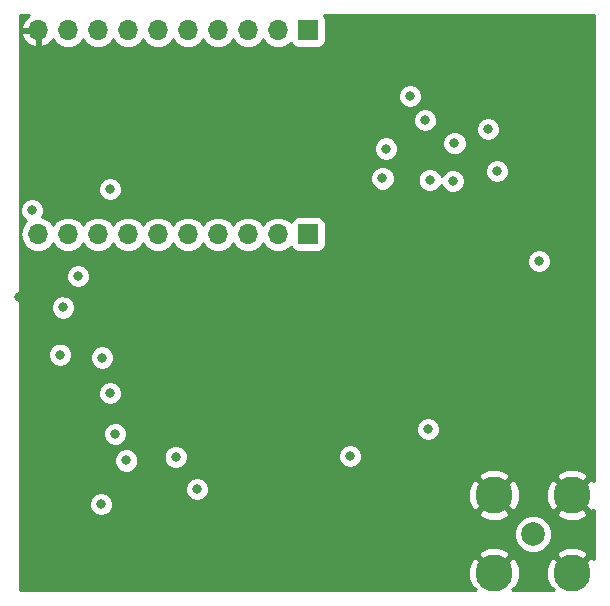
<source format=gbr>
G04 #@! TF.GenerationSoftware,KiCad,Pcbnew,(5.0.0)*
G04 #@! TF.CreationDate,2018-11-24T15:46:54-05:00*
G04 #@! TF.ProjectId,SDRRv2,5344525276322E6B696361645F706362,rev?*
G04 #@! TF.SameCoordinates,Original*
G04 #@! TF.FileFunction,Copper,L2,Inr,Plane*
G04 #@! TF.FilePolarity,Positive*
%FSLAX46Y46*%
G04 Gerber Fmt 4.6, Leading zero omitted, Abs format (unit mm)*
G04 Created by KiCad (PCBNEW (5.0.0)) date 11/24/18 15:46:54*
%MOMM*%
%LPD*%
G01*
G04 APERTURE LIST*
G04 #@! TA.AperFunction,ViaPad*
%ADD10C,3.126000*%
G04 #@! TD*
G04 #@! TA.AperFunction,ViaPad*
%ADD11C,2.000000*%
G04 #@! TD*
G04 #@! TA.AperFunction,ViaPad*
%ADD12R,1.700000X1.700000*%
G04 #@! TD*
G04 #@! TA.AperFunction,ViaPad*
%ADD13O,1.700000X1.700000*%
G04 #@! TD*
G04 #@! TA.AperFunction,ViaPad*
%ADD14C,0.800000*%
G04 #@! TD*
G04 #@! TA.AperFunction,Conductor*
%ADD15C,0.254000*%
G04 #@! TD*
G04 APERTURE END LIST*
D10*
G04 #@! TO.N,GNDREF*
G04 #@! TO.C,J1*
X61280085Y-188153839D03*
X61280085Y-181553839D03*
X67880085Y-181553839D03*
X67880085Y-188153839D03*
D11*
G04 #@! TO.N,Net-(Cc4-Pad1)*
X64580085Y-184853839D03*
G04 #@! TD*
D12*
G04 #@! TO.N,Net-(J2-Pad1)*
G04 #@! TO.C,J2*
X45530085Y-142203039D03*
D13*
G04 #@! TO.N,Net-(J2-Pad2)*
X42990085Y-142203039D03*
G04 #@! TO.N,Net-(J2-Pad3)*
X40450085Y-142203039D03*
G04 #@! TO.N,Net-(J2-Pad4)*
X37910085Y-142203039D03*
G04 #@! TO.N,Net-(J2-Pad5)*
X35370085Y-142203039D03*
G04 #@! TO.N,Net-(J2-Pad6)*
X32830085Y-142203039D03*
G04 #@! TO.N,Net-(J2-Pad7)*
X30290085Y-142203039D03*
G04 #@! TO.N,Net-(J2-Pad8)*
X27750085Y-142203039D03*
G04 #@! TO.N,Net-(J2-Pad9)*
X25210085Y-142203039D03*
G04 #@! TO.N,GNDREF*
X22670085Y-142203039D03*
G04 #@! TD*
G04 #@! TO.N,+5V*
G04 #@! TO.C,J3*
X22670085Y-159453839D03*
G04 #@! TO.N,Net-(J3-Pad9)*
X25210085Y-159453839D03*
G04 #@! TO.N,Net-(J3-Pad8)*
X27750085Y-159453839D03*
G04 #@! TO.N,Net-(J3-Pad7)*
X30290085Y-159453839D03*
G04 #@! TO.N,Net-(J3-Pad6)*
X32830085Y-159453839D03*
G04 #@! TO.N,Net-(J3-Pad5)*
X35370085Y-159453839D03*
G04 #@! TO.N,Net-(J3-Pad4)*
X37910085Y-159453839D03*
G04 #@! TO.N,Net-(J3-Pad3)*
X40450085Y-159453839D03*
G04 #@! TO.N,Net-(J3-Pad2)*
X42990085Y-159453839D03*
D12*
G04 #@! TO.N,Net-(J3-Pad1)*
X45530085Y-159453839D03*
G04 #@! TD*
D14*
G04 #@! TO.N,+5V*
X28766085Y-172915839D03*
X65088085Y-161739839D03*
X54166085Y-147769839D03*
X55436085Y-149801839D03*
X60770085Y-150563839D03*
X22162085Y-157421839D03*
X28080277Y-169906029D03*
X24530246Y-169670139D03*
X51829285Y-154729439D03*
X57796497Y-154958039D03*
G04 #@! TO.N,GNDREF*
X36132085Y-163263839D03*
X48705085Y-189298839D03*
X56960085Y-181043839D03*
X50610085Y-181043839D03*
X45530085Y-180408839D03*
X34862085Y-172661839D03*
X35116085Y-167835839D03*
X29274085Y-164533839D03*
X25718085Y-148023839D03*
X24194085Y-148023839D03*
X28258085Y-187393839D03*
X36894085Y-185869839D03*
X53150085Y-168851839D03*
X51626085Y-178249839D03*
X51626085Y-173931839D03*
X50864085Y-169105839D03*
X65088085Y-172915839D03*
X21080085Y-164787839D03*
X60516085Y-156659839D03*
X25972085Y-153865839D03*
X24958958Y-164448232D03*
X54029804Y-155653046D03*
X32068087Y-180586639D03*
X26835685Y-177691039D03*
X35818523Y-177550097D03*
X32830095Y-176268639D03*
X33515889Y-176268639D03*
G04 #@! TO.N,+3V3*
X28766085Y-155643839D03*
X24778285Y-165651435D03*
X26048285Y-163009839D03*
G04 #@! TO.N,Net-(Cc6-Pad1)*
X57925285Y-151757643D03*
G04 #@! TO.N,Net-(Cc6-Pad2)*
X61532085Y-154119839D03*
G04 #@! TO.N,Net-(Cc7-Pad2)*
X55842485Y-154881839D03*
G04 #@! TO.N,Net-(Cc7-Pad1)*
X52134084Y-152214839D03*
G04 #@! TO.N,Net-(Cc10-Pad1)*
X55690085Y-175963839D03*
G04 #@! TO.N,+5VA*
X36132085Y-181043839D03*
X49086085Y-178249839D03*
X29197885Y-176370239D03*
X28004085Y-182313841D03*
G04 #@! TO.N,Net-(Cc22-Pad1)*
X30135659Y-178620927D03*
G04 #@! TO.N,Net-(Cc23-Pad1)*
X34328685Y-178326051D03*
G04 #@! TD*
D15*
G04 #@! TO.N,GNDREF*
G36*
X21474902Y-141321681D02*
X21228599Y-141846147D01*
X21349266Y-142076039D01*
X22543085Y-142076039D01*
X22543085Y-142056039D01*
X22797085Y-142056039D01*
X22797085Y-142076039D01*
X22817085Y-142076039D01*
X22817085Y-142330039D01*
X22797085Y-142330039D01*
X22797085Y-143523194D01*
X23026975Y-143644515D01*
X23437009Y-143474684D01*
X23865268Y-143084397D01*
X23926242Y-142954561D01*
X24139460Y-143273664D01*
X24630667Y-143601878D01*
X25063829Y-143688039D01*
X25356341Y-143688039D01*
X25789503Y-143601878D01*
X26280710Y-143273664D01*
X26480085Y-142975278D01*
X26679460Y-143273664D01*
X27170667Y-143601878D01*
X27603829Y-143688039D01*
X27896341Y-143688039D01*
X28329503Y-143601878D01*
X28820710Y-143273664D01*
X29020085Y-142975278D01*
X29219460Y-143273664D01*
X29710667Y-143601878D01*
X30143829Y-143688039D01*
X30436341Y-143688039D01*
X30869503Y-143601878D01*
X31360710Y-143273664D01*
X31560085Y-142975278D01*
X31759460Y-143273664D01*
X32250667Y-143601878D01*
X32683829Y-143688039D01*
X32976341Y-143688039D01*
X33409503Y-143601878D01*
X33900710Y-143273664D01*
X34100085Y-142975278D01*
X34299460Y-143273664D01*
X34790667Y-143601878D01*
X35223829Y-143688039D01*
X35516341Y-143688039D01*
X35949503Y-143601878D01*
X36440710Y-143273664D01*
X36640085Y-142975278D01*
X36839460Y-143273664D01*
X37330667Y-143601878D01*
X37763829Y-143688039D01*
X38056341Y-143688039D01*
X38489503Y-143601878D01*
X38980710Y-143273664D01*
X39180085Y-142975278D01*
X39379460Y-143273664D01*
X39870667Y-143601878D01*
X40303829Y-143688039D01*
X40596341Y-143688039D01*
X41029503Y-143601878D01*
X41520710Y-143273664D01*
X41720085Y-142975278D01*
X41919460Y-143273664D01*
X42410667Y-143601878D01*
X42843829Y-143688039D01*
X43136341Y-143688039D01*
X43569503Y-143601878D01*
X44060710Y-143273664D01*
X44072901Y-143255420D01*
X44081928Y-143300804D01*
X44222276Y-143510848D01*
X44432320Y-143651196D01*
X44680085Y-143700479D01*
X46380085Y-143700479D01*
X46627850Y-143651196D01*
X46837894Y-143510848D01*
X46978242Y-143300804D01*
X47027525Y-143053039D01*
X47027525Y-141353039D01*
X46978242Y-141105274D01*
X46867033Y-140938839D01*
X69745085Y-140938839D01*
X69745086Y-180331249D01*
X69439563Y-180173966D01*
X68059690Y-181553839D01*
X69439563Y-182933712D01*
X69745086Y-182776429D01*
X69745086Y-186931250D01*
X69439563Y-186773966D01*
X68059690Y-188153839D01*
X68073833Y-188167982D01*
X67894228Y-188347587D01*
X67880085Y-188333444D01*
X67865943Y-188347587D01*
X67686338Y-188167982D01*
X67700480Y-188153839D01*
X66320607Y-186773966D01*
X65995293Y-186941438D01*
X65674799Y-187755005D01*
X65690039Y-188629291D01*
X65995293Y-189366240D01*
X66320605Y-189533711D01*
X66285477Y-189568839D01*
X62874693Y-189568839D01*
X62839565Y-189533711D01*
X63164877Y-189366240D01*
X63485371Y-188552673D01*
X63470131Y-187678387D01*
X63164877Y-186941438D01*
X62839563Y-186773966D01*
X61459690Y-188153839D01*
X61473833Y-188167982D01*
X61294228Y-188347587D01*
X61280085Y-188333444D01*
X61265943Y-188347587D01*
X61086338Y-188167982D01*
X61100480Y-188153839D01*
X59720607Y-186773966D01*
X59395293Y-186941438D01*
X59074799Y-187755005D01*
X59090039Y-188629291D01*
X59395293Y-189366240D01*
X59720605Y-189533711D01*
X59685477Y-189568839D01*
X21115085Y-189568839D01*
X21115085Y-186594361D01*
X59900212Y-186594361D01*
X61280085Y-187974234D01*
X62659958Y-186594361D01*
X66500212Y-186594361D01*
X67880085Y-187974234D01*
X69259958Y-186594361D01*
X69092486Y-186269047D01*
X68278919Y-185948553D01*
X67404633Y-185963793D01*
X66667684Y-186269047D01*
X66500212Y-186594361D01*
X62659958Y-186594361D01*
X62492486Y-186269047D01*
X61678919Y-185948553D01*
X60804633Y-185963793D01*
X60067684Y-186269047D01*
X59900212Y-186594361D01*
X21115085Y-186594361D01*
X21115085Y-184528617D01*
X62945085Y-184528617D01*
X62945085Y-185179061D01*
X63193999Y-185779992D01*
X63653932Y-186239925D01*
X64254863Y-186488839D01*
X64905307Y-186488839D01*
X65506238Y-186239925D01*
X65966171Y-185779992D01*
X66215085Y-185179061D01*
X66215085Y-184528617D01*
X65966171Y-183927686D01*
X65506238Y-183467753D01*
X64905307Y-183218839D01*
X64254863Y-183218839D01*
X63653932Y-183467753D01*
X63193999Y-183927686D01*
X62945085Y-184528617D01*
X21115085Y-184528617D01*
X21115085Y-182107967D01*
X26969085Y-182107967D01*
X26969085Y-182519715D01*
X27126654Y-182900121D01*
X27417805Y-183191272D01*
X27798211Y-183348841D01*
X28209959Y-183348841D01*
X28590365Y-183191272D01*
X28668320Y-183113317D01*
X59900212Y-183113317D01*
X60067684Y-183438631D01*
X60881251Y-183759125D01*
X61755537Y-183743885D01*
X62492486Y-183438631D01*
X62659958Y-183113317D01*
X66500212Y-183113317D01*
X66667684Y-183438631D01*
X67481251Y-183759125D01*
X68355537Y-183743885D01*
X69092486Y-183438631D01*
X69259958Y-183113317D01*
X67880085Y-181733444D01*
X66500212Y-183113317D01*
X62659958Y-183113317D01*
X61280085Y-181733444D01*
X59900212Y-183113317D01*
X28668320Y-183113317D01*
X28881516Y-182900121D01*
X29039085Y-182519715D01*
X29039085Y-182107967D01*
X28881516Y-181727561D01*
X28590365Y-181436410D01*
X28209959Y-181278841D01*
X27798211Y-181278841D01*
X27417805Y-181436410D01*
X27126654Y-181727561D01*
X26969085Y-182107967D01*
X21115085Y-182107967D01*
X21115085Y-180837965D01*
X35097085Y-180837965D01*
X35097085Y-181249713D01*
X35254654Y-181630119D01*
X35545805Y-181921270D01*
X35926211Y-182078839D01*
X36337959Y-182078839D01*
X36718365Y-181921270D01*
X37009516Y-181630119D01*
X37167085Y-181249713D01*
X37167085Y-181155005D01*
X59074799Y-181155005D01*
X59090039Y-182029291D01*
X59395293Y-182766240D01*
X59720607Y-182933712D01*
X61100480Y-181553839D01*
X61459690Y-181553839D01*
X62839563Y-182933712D01*
X63164877Y-182766240D01*
X63485371Y-181952673D01*
X63471467Y-181155005D01*
X65674799Y-181155005D01*
X65690039Y-182029291D01*
X65995293Y-182766240D01*
X66320607Y-182933712D01*
X67700480Y-181553839D01*
X66320607Y-180173966D01*
X65995293Y-180341438D01*
X65674799Y-181155005D01*
X63471467Y-181155005D01*
X63470131Y-181078387D01*
X63164877Y-180341438D01*
X62839563Y-180173966D01*
X61459690Y-181553839D01*
X61100480Y-181553839D01*
X59720607Y-180173966D01*
X59395293Y-180341438D01*
X59074799Y-181155005D01*
X37167085Y-181155005D01*
X37167085Y-180837965D01*
X37009516Y-180457559D01*
X36718365Y-180166408D01*
X36337959Y-180008839D01*
X35926211Y-180008839D01*
X35545805Y-180166408D01*
X35254654Y-180457559D01*
X35097085Y-180837965D01*
X21115085Y-180837965D01*
X21115085Y-179994361D01*
X59900212Y-179994361D01*
X61280085Y-181374234D01*
X62659958Y-179994361D01*
X66500212Y-179994361D01*
X67880085Y-181374234D01*
X69259958Y-179994361D01*
X69092486Y-179669047D01*
X68278919Y-179348553D01*
X67404633Y-179363793D01*
X66667684Y-179669047D01*
X66500212Y-179994361D01*
X62659958Y-179994361D01*
X62492486Y-179669047D01*
X61678919Y-179348553D01*
X60804633Y-179363793D01*
X60067684Y-179669047D01*
X59900212Y-179994361D01*
X21115085Y-179994361D01*
X21115085Y-178415053D01*
X29100659Y-178415053D01*
X29100659Y-178826801D01*
X29258228Y-179207207D01*
X29549379Y-179498358D01*
X29929785Y-179655927D01*
X30341533Y-179655927D01*
X30721939Y-179498358D01*
X31013090Y-179207207D01*
X31170659Y-178826801D01*
X31170659Y-178415053D01*
X31048518Y-178120177D01*
X33293685Y-178120177D01*
X33293685Y-178531925D01*
X33451254Y-178912331D01*
X33742405Y-179203482D01*
X34122811Y-179361051D01*
X34534559Y-179361051D01*
X34914965Y-179203482D01*
X35206116Y-178912331D01*
X35363685Y-178531925D01*
X35363685Y-178120177D01*
X35332118Y-178043965D01*
X48051085Y-178043965D01*
X48051085Y-178455713D01*
X48208654Y-178836119D01*
X48499805Y-179127270D01*
X48880211Y-179284839D01*
X49291959Y-179284839D01*
X49672365Y-179127270D01*
X49963516Y-178836119D01*
X50121085Y-178455713D01*
X50121085Y-178043965D01*
X49963516Y-177663559D01*
X49672365Y-177372408D01*
X49291959Y-177214839D01*
X48880211Y-177214839D01*
X48499805Y-177372408D01*
X48208654Y-177663559D01*
X48051085Y-178043965D01*
X35332118Y-178043965D01*
X35206116Y-177739771D01*
X34914965Y-177448620D01*
X34534559Y-177291051D01*
X34122811Y-177291051D01*
X33742405Y-177448620D01*
X33451254Y-177739771D01*
X33293685Y-178120177D01*
X31048518Y-178120177D01*
X31013090Y-178034647D01*
X30721939Y-177743496D01*
X30341533Y-177585927D01*
X29929785Y-177585927D01*
X29549379Y-177743496D01*
X29258228Y-178034647D01*
X29100659Y-178415053D01*
X21115085Y-178415053D01*
X21115085Y-176164365D01*
X28162885Y-176164365D01*
X28162885Y-176576113D01*
X28320454Y-176956519D01*
X28611605Y-177247670D01*
X28992011Y-177405239D01*
X29403759Y-177405239D01*
X29784165Y-177247670D01*
X30075316Y-176956519D01*
X30232885Y-176576113D01*
X30232885Y-176164365D01*
X30075316Y-175783959D01*
X30049322Y-175757965D01*
X54655085Y-175757965D01*
X54655085Y-176169713D01*
X54812654Y-176550119D01*
X55103805Y-176841270D01*
X55484211Y-176998839D01*
X55895959Y-176998839D01*
X56276365Y-176841270D01*
X56567516Y-176550119D01*
X56725085Y-176169713D01*
X56725085Y-175757965D01*
X56567516Y-175377559D01*
X56276365Y-175086408D01*
X55895959Y-174928839D01*
X55484211Y-174928839D01*
X55103805Y-175086408D01*
X54812654Y-175377559D01*
X54655085Y-175757965D01*
X30049322Y-175757965D01*
X29784165Y-175492808D01*
X29403759Y-175335239D01*
X28992011Y-175335239D01*
X28611605Y-175492808D01*
X28320454Y-175783959D01*
X28162885Y-176164365D01*
X21115085Y-176164365D01*
X21115085Y-172709965D01*
X27731085Y-172709965D01*
X27731085Y-173121713D01*
X27888654Y-173502119D01*
X28179805Y-173793270D01*
X28560211Y-173950839D01*
X28971959Y-173950839D01*
X29352365Y-173793270D01*
X29643516Y-173502119D01*
X29801085Y-173121713D01*
X29801085Y-172709965D01*
X29643516Y-172329559D01*
X29352365Y-172038408D01*
X28971959Y-171880839D01*
X28560211Y-171880839D01*
X28179805Y-172038408D01*
X27888654Y-172329559D01*
X27731085Y-172709965D01*
X21115085Y-172709965D01*
X21115085Y-169464265D01*
X23495246Y-169464265D01*
X23495246Y-169876013D01*
X23652815Y-170256419D01*
X23943966Y-170547570D01*
X24324372Y-170705139D01*
X24736120Y-170705139D01*
X25116526Y-170547570D01*
X25407677Y-170256419D01*
X25565246Y-169876013D01*
X25565246Y-169700155D01*
X27045277Y-169700155D01*
X27045277Y-170111903D01*
X27202846Y-170492309D01*
X27493997Y-170783460D01*
X27874403Y-170941029D01*
X28286151Y-170941029D01*
X28666557Y-170783460D01*
X28957708Y-170492309D01*
X29115277Y-170111903D01*
X29115277Y-169700155D01*
X28957708Y-169319749D01*
X28666557Y-169028598D01*
X28286151Y-168871029D01*
X27874403Y-168871029D01*
X27493997Y-169028598D01*
X27202846Y-169319749D01*
X27045277Y-169700155D01*
X25565246Y-169700155D01*
X25565246Y-169464265D01*
X25407677Y-169083859D01*
X25116526Y-168792708D01*
X24736120Y-168635139D01*
X24324372Y-168635139D01*
X23943966Y-168792708D01*
X23652815Y-169083859D01*
X23495246Y-169464265D01*
X21115085Y-169464265D01*
X21115085Y-165445561D01*
X23743285Y-165445561D01*
X23743285Y-165857309D01*
X23900854Y-166237715D01*
X24192005Y-166528866D01*
X24572411Y-166686435D01*
X24984159Y-166686435D01*
X25364565Y-166528866D01*
X25655716Y-166237715D01*
X25813285Y-165857309D01*
X25813285Y-165445561D01*
X25655716Y-165065155D01*
X25364565Y-164774004D01*
X24984159Y-164616435D01*
X24572411Y-164616435D01*
X24192005Y-164774004D01*
X23900854Y-165065155D01*
X23743285Y-165445561D01*
X21115085Y-165445561D01*
X21115085Y-162803965D01*
X25013285Y-162803965D01*
X25013285Y-163215713D01*
X25170854Y-163596119D01*
X25462005Y-163887270D01*
X25842411Y-164044839D01*
X26254159Y-164044839D01*
X26634565Y-163887270D01*
X26925716Y-163596119D01*
X27083285Y-163215713D01*
X27083285Y-162803965D01*
X26925716Y-162423559D01*
X26634565Y-162132408D01*
X26254159Y-161974839D01*
X25842411Y-161974839D01*
X25462005Y-162132408D01*
X25170854Y-162423559D01*
X25013285Y-162803965D01*
X21115085Y-162803965D01*
X21115085Y-161533965D01*
X64053085Y-161533965D01*
X64053085Y-161945713D01*
X64210654Y-162326119D01*
X64501805Y-162617270D01*
X64882211Y-162774839D01*
X65293959Y-162774839D01*
X65674365Y-162617270D01*
X65965516Y-162326119D01*
X66123085Y-161945713D01*
X66123085Y-161533965D01*
X65965516Y-161153559D01*
X65674365Y-160862408D01*
X65293959Y-160704839D01*
X64882211Y-160704839D01*
X64501805Y-160862408D01*
X64210654Y-161153559D01*
X64053085Y-161533965D01*
X21115085Y-161533965D01*
X21115085Y-157215965D01*
X21127085Y-157215965D01*
X21127085Y-157627713D01*
X21284654Y-158008119D01*
X21575805Y-158299270D01*
X21667962Y-158337443D01*
X21599460Y-158383214D01*
X21271246Y-158874421D01*
X21155993Y-159453839D01*
X21271246Y-160033257D01*
X21599460Y-160524464D01*
X22090667Y-160852678D01*
X22523829Y-160938839D01*
X22816341Y-160938839D01*
X23249503Y-160852678D01*
X23740710Y-160524464D01*
X23940085Y-160226078D01*
X24139460Y-160524464D01*
X24630667Y-160852678D01*
X25063829Y-160938839D01*
X25356341Y-160938839D01*
X25789503Y-160852678D01*
X26280710Y-160524464D01*
X26480085Y-160226078D01*
X26679460Y-160524464D01*
X27170667Y-160852678D01*
X27603829Y-160938839D01*
X27896341Y-160938839D01*
X28329503Y-160852678D01*
X28820710Y-160524464D01*
X29020085Y-160226078D01*
X29219460Y-160524464D01*
X29710667Y-160852678D01*
X30143829Y-160938839D01*
X30436341Y-160938839D01*
X30869503Y-160852678D01*
X31360710Y-160524464D01*
X31560085Y-160226078D01*
X31759460Y-160524464D01*
X32250667Y-160852678D01*
X32683829Y-160938839D01*
X32976341Y-160938839D01*
X33409503Y-160852678D01*
X33900710Y-160524464D01*
X34100085Y-160226078D01*
X34299460Y-160524464D01*
X34790667Y-160852678D01*
X35223829Y-160938839D01*
X35516341Y-160938839D01*
X35949503Y-160852678D01*
X36440710Y-160524464D01*
X36640085Y-160226078D01*
X36839460Y-160524464D01*
X37330667Y-160852678D01*
X37763829Y-160938839D01*
X38056341Y-160938839D01*
X38489503Y-160852678D01*
X38980710Y-160524464D01*
X39180085Y-160226078D01*
X39379460Y-160524464D01*
X39870667Y-160852678D01*
X40303829Y-160938839D01*
X40596341Y-160938839D01*
X41029503Y-160852678D01*
X41520710Y-160524464D01*
X41720085Y-160226078D01*
X41919460Y-160524464D01*
X42410667Y-160852678D01*
X42843829Y-160938839D01*
X43136341Y-160938839D01*
X43569503Y-160852678D01*
X44060710Y-160524464D01*
X44072901Y-160506220D01*
X44081928Y-160551604D01*
X44222276Y-160761648D01*
X44432320Y-160901996D01*
X44680085Y-160951279D01*
X46380085Y-160951279D01*
X46627850Y-160901996D01*
X46837894Y-160761648D01*
X46978242Y-160551604D01*
X47027525Y-160303839D01*
X47027525Y-158603839D01*
X46978242Y-158356074D01*
X46837894Y-158146030D01*
X46627850Y-158005682D01*
X46380085Y-157956399D01*
X44680085Y-157956399D01*
X44432320Y-158005682D01*
X44222276Y-158146030D01*
X44081928Y-158356074D01*
X44072901Y-158401458D01*
X44060710Y-158383214D01*
X43569503Y-158055000D01*
X43136341Y-157968839D01*
X42843829Y-157968839D01*
X42410667Y-158055000D01*
X41919460Y-158383214D01*
X41720085Y-158681600D01*
X41520710Y-158383214D01*
X41029503Y-158055000D01*
X40596341Y-157968839D01*
X40303829Y-157968839D01*
X39870667Y-158055000D01*
X39379460Y-158383214D01*
X39180085Y-158681600D01*
X38980710Y-158383214D01*
X38489503Y-158055000D01*
X38056341Y-157968839D01*
X37763829Y-157968839D01*
X37330667Y-158055000D01*
X36839460Y-158383214D01*
X36640085Y-158681600D01*
X36440710Y-158383214D01*
X35949503Y-158055000D01*
X35516341Y-157968839D01*
X35223829Y-157968839D01*
X34790667Y-158055000D01*
X34299460Y-158383214D01*
X34100085Y-158681600D01*
X33900710Y-158383214D01*
X33409503Y-158055000D01*
X32976341Y-157968839D01*
X32683829Y-157968839D01*
X32250667Y-158055000D01*
X31759460Y-158383214D01*
X31560085Y-158681600D01*
X31360710Y-158383214D01*
X30869503Y-158055000D01*
X30436341Y-157968839D01*
X30143829Y-157968839D01*
X29710667Y-158055000D01*
X29219460Y-158383214D01*
X29020085Y-158681600D01*
X28820710Y-158383214D01*
X28329503Y-158055000D01*
X27896341Y-157968839D01*
X27603829Y-157968839D01*
X27170667Y-158055000D01*
X26679460Y-158383214D01*
X26480085Y-158681600D01*
X26280710Y-158383214D01*
X25789503Y-158055000D01*
X25356341Y-157968839D01*
X25063829Y-157968839D01*
X24630667Y-158055000D01*
X24139460Y-158383214D01*
X23940085Y-158681600D01*
X23740710Y-158383214D01*
X23249503Y-158055000D01*
X23035252Y-158012383D01*
X23039516Y-158008119D01*
X23197085Y-157627713D01*
X23197085Y-157215965D01*
X23039516Y-156835559D01*
X22748365Y-156544408D01*
X22367959Y-156386839D01*
X21956211Y-156386839D01*
X21575805Y-156544408D01*
X21284654Y-156835559D01*
X21127085Y-157215965D01*
X21115085Y-157215965D01*
X21115085Y-155437965D01*
X27731085Y-155437965D01*
X27731085Y-155849713D01*
X27888654Y-156230119D01*
X28179805Y-156521270D01*
X28560211Y-156678839D01*
X28971959Y-156678839D01*
X29352365Y-156521270D01*
X29643516Y-156230119D01*
X29801085Y-155849713D01*
X29801085Y-155437965D01*
X29643516Y-155057559D01*
X29352365Y-154766408D01*
X28971959Y-154608839D01*
X28560211Y-154608839D01*
X28179805Y-154766408D01*
X27888654Y-155057559D01*
X27731085Y-155437965D01*
X21115085Y-155437965D01*
X21115085Y-154523565D01*
X50794285Y-154523565D01*
X50794285Y-154935313D01*
X50951854Y-155315719D01*
X51243005Y-155606870D01*
X51623411Y-155764439D01*
X52035159Y-155764439D01*
X52415565Y-155606870D01*
X52706716Y-155315719D01*
X52864285Y-154935313D01*
X52864285Y-154675965D01*
X54807485Y-154675965D01*
X54807485Y-155087713D01*
X54965054Y-155468119D01*
X55256205Y-155759270D01*
X55636611Y-155916839D01*
X56048359Y-155916839D01*
X56428765Y-155759270D01*
X56719916Y-155468119D01*
X56803709Y-155265823D01*
X56919066Y-155544319D01*
X57210217Y-155835470D01*
X57590623Y-155993039D01*
X58002371Y-155993039D01*
X58382777Y-155835470D01*
X58673928Y-155544319D01*
X58831497Y-155163913D01*
X58831497Y-154752165D01*
X58673928Y-154371759D01*
X58382777Y-154080608D01*
X58002371Y-153923039D01*
X57590623Y-153923039D01*
X57210217Y-154080608D01*
X56919066Y-154371759D01*
X56835273Y-154574055D01*
X56719916Y-154295559D01*
X56428765Y-154004408D01*
X56210416Y-153913965D01*
X60497085Y-153913965D01*
X60497085Y-154325713D01*
X60654654Y-154706119D01*
X60945805Y-154997270D01*
X61326211Y-155154839D01*
X61737959Y-155154839D01*
X62118365Y-154997270D01*
X62409516Y-154706119D01*
X62567085Y-154325713D01*
X62567085Y-153913965D01*
X62409516Y-153533559D01*
X62118365Y-153242408D01*
X61737959Y-153084839D01*
X61326211Y-153084839D01*
X60945805Y-153242408D01*
X60654654Y-153533559D01*
X60497085Y-153913965D01*
X56210416Y-153913965D01*
X56048359Y-153846839D01*
X55636611Y-153846839D01*
X55256205Y-154004408D01*
X54965054Y-154295559D01*
X54807485Y-154675965D01*
X52864285Y-154675965D01*
X52864285Y-154523565D01*
X52706716Y-154143159D01*
X52415565Y-153852008D01*
X52035159Y-153694439D01*
X51623411Y-153694439D01*
X51243005Y-153852008D01*
X50951854Y-154143159D01*
X50794285Y-154523565D01*
X21115085Y-154523565D01*
X21115085Y-152008965D01*
X51099084Y-152008965D01*
X51099084Y-152420713D01*
X51256653Y-152801119D01*
X51547804Y-153092270D01*
X51928210Y-153249839D01*
X52339958Y-153249839D01*
X52720364Y-153092270D01*
X53011515Y-152801119D01*
X53169084Y-152420713D01*
X53169084Y-152008965D01*
X53011515Y-151628559D01*
X52934725Y-151551769D01*
X56890285Y-151551769D01*
X56890285Y-151963517D01*
X57047854Y-152343923D01*
X57339005Y-152635074D01*
X57719411Y-152792643D01*
X58131159Y-152792643D01*
X58511565Y-152635074D01*
X58802716Y-152343923D01*
X58960285Y-151963517D01*
X58960285Y-151551769D01*
X58802716Y-151171363D01*
X58511565Y-150880212D01*
X58131159Y-150722643D01*
X57719411Y-150722643D01*
X57339005Y-150880212D01*
X57047854Y-151171363D01*
X56890285Y-151551769D01*
X52934725Y-151551769D01*
X52720364Y-151337408D01*
X52339958Y-151179839D01*
X51928210Y-151179839D01*
X51547804Y-151337408D01*
X51256653Y-151628559D01*
X51099084Y-152008965D01*
X21115085Y-152008965D01*
X21115085Y-149595965D01*
X54401085Y-149595965D01*
X54401085Y-150007713D01*
X54558654Y-150388119D01*
X54849805Y-150679270D01*
X55230211Y-150836839D01*
X55641959Y-150836839D01*
X56022365Y-150679270D01*
X56313516Y-150388119D01*
X56326006Y-150357965D01*
X59735085Y-150357965D01*
X59735085Y-150769713D01*
X59892654Y-151150119D01*
X60183805Y-151441270D01*
X60564211Y-151598839D01*
X60975959Y-151598839D01*
X61356365Y-151441270D01*
X61647516Y-151150119D01*
X61805085Y-150769713D01*
X61805085Y-150357965D01*
X61647516Y-149977559D01*
X61356365Y-149686408D01*
X60975959Y-149528839D01*
X60564211Y-149528839D01*
X60183805Y-149686408D01*
X59892654Y-149977559D01*
X59735085Y-150357965D01*
X56326006Y-150357965D01*
X56471085Y-150007713D01*
X56471085Y-149595965D01*
X56313516Y-149215559D01*
X56022365Y-148924408D01*
X55641959Y-148766839D01*
X55230211Y-148766839D01*
X54849805Y-148924408D01*
X54558654Y-149215559D01*
X54401085Y-149595965D01*
X21115085Y-149595965D01*
X21115085Y-147563965D01*
X53131085Y-147563965D01*
X53131085Y-147975713D01*
X53288654Y-148356119D01*
X53579805Y-148647270D01*
X53960211Y-148804839D01*
X54371959Y-148804839D01*
X54752365Y-148647270D01*
X55043516Y-148356119D01*
X55201085Y-147975713D01*
X55201085Y-147563965D01*
X55043516Y-147183559D01*
X54752365Y-146892408D01*
X54371959Y-146734839D01*
X53960211Y-146734839D01*
X53579805Y-146892408D01*
X53288654Y-147183559D01*
X53131085Y-147563965D01*
X21115085Y-147563965D01*
X21115085Y-142559931D01*
X21228599Y-142559931D01*
X21474902Y-143084397D01*
X21903161Y-143474684D01*
X22313195Y-143644515D01*
X22543085Y-143523194D01*
X22543085Y-142330039D01*
X21349266Y-142330039D01*
X21228599Y-142559931D01*
X21115085Y-142559931D01*
X21115085Y-140938839D01*
X21894992Y-140938839D01*
X21474902Y-141321681D01*
X21474902Y-141321681D01*
G37*
X21474902Y-141321681D02*
X21228599Y-141846147D01*
X21349266Y-142076039D01*
X22543085Y-142076039D01*
X22543085Y-142056039D01*
X22797085Y-142056039D01*
X22797085Y-142076039D01*
X22817085Y-142076039D01*
X22817085Y-142330039D01*
X22797085Y-142330039D01*
X22797085Y-143523194D01*
X23026975Y-143644515D01*
X23437009Y-143474684D01*
X23865268Y-143084397D01*
X23926242Y-142954561D01*
X24139460Y-143273664D01*
X24630667Y-143601878D01*
X25063829Y-143688039D01*
X25356341Y-143688039D01*
X25789503Y-143601878D01*
X26280710Y-143273664D01*
X26480085Y-142975278D01*
X26679460Y-143273664D01*
X27170667Y-143601878D01*
X27603829Y-143688039D01*
X27896341Y-143688039D01*
X28329503Y-143601878D01*
X28820710Y-143273664D01*
X29020085Y-142975278D01*
X29219460Y-143273664D01*
X29710667Y-143601878D01*
X30143829Y-143688039D01*
X30436341Y-143688039D01*
X30869503Y-143601878D01*
X31360710Y-143273664D01*
X31560085Y-142975278D01*
X31759460Y-143273664D01*
X32250667Y-143601878D01*
X32683829Y-143688039D01*
X32976341Y-143688039D01*
X33409503Y-143601878D01*
X33900710Y-143273664D01*
X34100085Y-142975278D01*
X34299460Y-143273664D01*
X34790667Y-143601878D01*
X35223829Y-143688039D01*
X35516341Y-143688039D01*
X35949503Y-143601878D01*
X36440710Y-143273664D01*
X36640085Y-142975278D01*
X36839460Y-143273664D01*
X37330667Y-143601878D01*
X37763829Y-143688039D01*
X38056341Y-143688039D01*
X38489503Y-143601878D01*
X38980710Y-143273664D01*
X39180085Y-142975278D01*
X39379460Y-143273664D01*
X39870667Y-143601878D01*
X40303829Y-143688039D01*
X40596341Y-143688039D01*
X41029503Y-143601878D01*
X41520710Y-143273664D01*
X41720085Y-142975278D01*
X41919460Y-143273664D01*
X42410667Y-143601878D01*
X42843829Y-143688039D01*
X43136341Y-143688039D01*
X43569503Y-143601878D01*
X44060710Y-143273664D01*
X44072901Y-143255420D01*
X44081928Y-143300804D01*
X44222276Y-143510848D01*
X44432320Y-143651196D01*
X44680085Y-143700479D01*
X46380085Y-143700479D01*
X46627850Y-143651196D01*
X46837894Y-143510848D01*
X46978242Y-143300804D01*
X47027525Y-143053039D01*
X47027525Y-141353039D01*
X46978242Y-141105274D01*
X46867033Y-140938839D01*
X69745085Y-140938839D01*
X69745086Y-180331249D01*
X69439563Y-180173966D01*
X68059690Y-181553839D01*
X69439563Y-182933712D01*
X69745086Y-182776429D01*
X69745086Y-186931250D01*
X69439563Y-186773966D01*
X68059690Y-188153839D01*
X68073833Y-188167982D01*
X67894228Y-188347587D01*
X67880085Y-188333444D01*
X67865943Y-188347587D01*
X67686338Y-188167982D01*
X67700480Y-188153839D01*
X66320607Y-186773966D01*
X65995293Y-186941438D01*
X65674799Y-187755005D01*
X65690039Y-188629291D01*
X65995293Y-189366240D01*
X66320605Y-189533711D01*
X66285477Y-189568839D01*
X62874693Y-189568839D01*
X62839565Y-189533711D01*
X63164877Y-189366240D01*
X63485371Y-188552673D01*
X63470131Y-187678387D01*
X63164877Y-186941438D01*
X62839563Y-186773966D01*
X61459690Y-188153839D01*
X61473833Y-188167982D01*
X61294228Y-188347587D01*
X61280085Y-188333444D01*
X61265943Y-188347587D01*
X61086338Y-188167982D01*
X61100480Y-188153839D01*
X59720607Y-186773966D01*
X59395293Y-186941438D01*
X59074799Y-187755005D01*
X59090039Y-188629291D01*
X59395293Y-189366240D01*
X59720605Y-189533711D01*
X59685477Y-189568839D01*
X21115085Y-189568839D01*
X21115085Y-186594361D01*
X59900212Y-186594361D01*
X61280085Y-187974234D01*
X62659958Y-186594361D01*
X66500212Y-186594361D01*
X67880085Y-187974234D01*
X69259958Y-186594361D01*
X69092486Y-186269047D01*
X68278919Y-185948553D01*
X67404633Y-185963793D01*
X66667684Y-186269047D01*
X66500212Y-186594361D01*
X62659958Y-186594361D01*
X62492486Y-186269047D01*
X61678919Y-185948553D01*
X60804633Y-185963793D01*
X60067684Y-186269047D01*
X59900212Y-186594361D01*
X21115085Y-186594361D01*
X21115085Y-184528617D01*
X62945085Y-184528617D01*
X62945085Y-185179061D01*
X63193999Y-185779992D01*
X63653932Y-186239925D01*
X64254863Y-186488839D01*
X64905307Y-186488839D01*
X65506238Y-186239925D01*
X65966171Y-185779992D01*
X66215085Y-185179061D01*
X66215085Y-184528617D01*
X65966171Y-183927686D01*
X65506238Y-183467753D01*
X64905307Y-183218839D01*
X64254863Y-183218839D01*
X63653932Y-183467753D01*
X63193999Y-183927686D01*
X62945085Y-184528617D01*
X21115085Y-184528617D01*
X21115085Y-182107967D01*
X26969085Y-182107967D01*
X26969085Y-182519715D01*
X27126654Y-182900121D01*
X27417805Y-183191272D01*
X27798211Y-183348841D01*
X28209959Y-183348841D01*
X28590365Y-183191272D01*
X28668320Y-183113317D01*
X59900212Y-183113317D01*
X60067684Y-183438631D01*
X60881251Y-183759125D01*
X61755537Y-183743885D01*
X62492486Y-183438631D01*
X62659958Y-183113317D01*
X66500212Y-183113317D01*
X66667684Y-183438631D01*
X67481251Y-183759125D01*
X68355537Y-183743885D01*
X69092486Y-183438631D01*
X69259958Y-183113317D01*
X67880085Y-181733444D01*
X66500212Y-183113317D01*
X62659958Y-183113317D01*
X61280085Y-181733444D01*
X59900212Y-183113317D01*
X28668320Y-183113317D01*
X28881516Y-182900121D01*
X29039085Y-182519715D01*
X29039085Y-182107967D01*
X28881516Y-181727561D01*
X28590365Y-181436410D01*
X28209959Y-181278841D01*
X27798211Y-181278841D01*
X27417805Y-181436410D01*
X27126654Y-181727561D01*
X26969085Y-182107967D01*
X21115085Y-182107967D01*
X21115085Y-180837965D01*
X35097085Y-180837965D01*
X35097085Y-181249713D01*
X35254654Y-181630119D01*
X35545805Y-181921270D01*
X35926211Y-182078839D01*
X36337959Y-182078839D01*
X36718365Y-181921270D01*
X37009516Y-181630119D01*
X37167085Y-181249713D01*
X37167085Y-181155005D01*
X59074799Y-181155005D01*
X59090039Y-182029291D01*
X59395293Y-182766240D01*
X59720607Y-182933712D01*
X61100480Y-181553839D01*
X61459690Y-181553839D01*
X62839563Y-182933712D01*
X63164877Y-182766240D01*
X63485371Y-181952673D01*
X63471467Y-181155005D01*
X65674799Y-181155005D01*
X65690039Y-182029291D01*
X65995293Y-182766240D01*
X66320607Y-182933712D01*
X67700480Y-181553839D01*
X66320607Y-180173966D01*
X65995293Y-180341438D01*
X65674799Y-181155005D01*
X63471467Y-181155005D01*
X63470131Y-181078387D01*
X63164877Y-180341438D01*
X62839563Y-180173966D01*
X61459690Y-181553839D01*
X61100480Y-181553839D01*
X59720607Y-180173966D01*
X59395293Y-180341438D01*
X59074799Y-181155005D01*
X37167085Y-181155005D01*
X37167085Y-180837965D01*
X37009516Y-180457559D01*
X36718365Y-180166408D01*
X36337959Y-180008839D01*
X35926211Y-180008839D01*
X35545805Y-180166408D01*
X35254654Y-180457559D01*
X35097085Y-180837965D01*
X21115085Y-180837965D01*
X21115085Y-179994361D01*
X59900212Y-179994361D01*
X61280085Y-181374234D01*
X62659958Y-179994361D01*
X66500212Y-179994361D01*
X67880085Y-181374234D01*
X69259958Y-179994361D01*
X69092486Y-179669047D01*
X68278919Y-179348553D01*
X67404633Y-179363793D01*
X66667684Y-179669047D01*
X66500212Y-179994361D01*
X62659958Y-179994361D01*
X62492486Y-179669047D01*
X61678919Y-179348553D01*
X60804633Y-179363793D01*
X60067684Y-179669047D01*
X59900212Y-179994361D01*
X21115085Y-179994361D01*
X21115085Y-178415053D01*
X29100659Y-178415053D01*
X29100659Y-178826801D01*
X29258228Y-179207207D01*
X29549379Y-179498358D01*
X29929785Y-179655927D01*
X30341533Y-179655927D01*
X30721939Y-179498358D01*
X31013090Y-179207207D01*
X31170659Y-178826801D01*
X31170659Y-178415053D01*
X31048518Y-178120177D01*
X33293685Y-178120177D01*
X33293685Y-178531925D01*
X33451254Y-178912331D01*
X33742405Y-179203482D01*
X34122811Y-179361051D01*
X34534559Y-179361051D01*
X34914965Y-179203482D01*
X35206116Y-178912331D01*
X35363685Y-178531925D01*
X35363685Y-178120177D01*
X35332118Y-178043965D01*
X48051085Y-178043965D01*
X48051085Y-178455713D01*
X48208654Y-178836119D01*
X48499805Y-179127270D01*
X48880211Y-179284839D01*
X49291959Y-179284839D01*
X49672365Y-179127270D01*
X49963516Y-178836119D01*
X50121085Y-178455713D01*
X50121085Y-178043965D01*
X49963516Y-177663559D01*
X49672365Y-177372408D01*
X49291959Y-177214839D01*
X48880211Y-177214839D01*
X48499805Y-177372408D01*
X48208654Y-177663559D01*
X48051085Y-178043965D01*
X35332118Y-178043965D01*
X35206116Y-177739771D01*
X34914965Y-177448620D01*
X34534559Y-177291051D01*
X34122811Y-177291051D01*
X33742405Y-177448620D01*
X33451254Y-177739771D01*
X33293685Y-178120177D01*
X31048518Y-178120177D01*
X31013090Y-178034647D01*
X30721939Y-177743496D01*
X30341533Y-177585927D01*
X29929785Y-177585927D01*
X29549379Y-177743496D01*
X29258228Y-178034647D01*
X29100659Y-178415053D01*
X21115085Y-178415053D01*
X21115085Y-176164365D01*
X28162885Y-176164365D01*
X28162885Y-176576113D01*
X28320454Y-176956519D01*
X28611605Y-177247670D01*
X28992011Y-177405239D01*
X29403759Y-177405239D01*
X29784165Y-177247670D01*
X30075316Y-176956519D01*
X30232885Y-176576113D01*
X30232885Y-176164365D01*
X30075316Y-175783959D01*
X30049322Y-175757965D01*
X54655085Y-175757965D01*
X54655085Y-176169713D01*
X54812654Y-176550119D01*
X55103805Y-176841270D01*
X55484211Y-176998839D01*
X55895959Y-176998839D01*
X56276365Y-176841270D01*
X56567516Y-176550119D01*
X56725085Y-176169713D01*
X56725085Y-175757965D01*
X56567516Y-175377559D01*
X56276365Y-175086408D01*
X55895959Y-174928839D01*
X55484211Y-174928839D01*
X55103805Y-175086408D01*
X54812654Y-175377559D01*
X54655085Y-175757965D01*
X30049322Y-175757965D01*
X29784165Y-175492808D01*
X29403759Y-175335239D01*
X28992011Y-175335239D01*
X28611605Y-175492808D01*
X28320454Y-175783959D01*
X28162885Y-176164365D01*
X21115085Y-176164365D01*
X21115085Y-172709965D01*
X27731085Y-172709965D01*
X27731085Y-173121713D01*
X27888654Y-173502119D01*
X28179805Y-173793270D01*
X28560211Y-173950839D01*
X28971959Y-173950839D01*
X29352365Y-173793270D01*
X29643516Y-173502119D01*
X29801085Y-173121713D01*
X29801085Y-172709965D01*
X29643516Y-172329559D01*
X29352365Y-172038408D01*
X28971959Y-171880839D01*
X28560211Y-171880839D01*
X28179805Y-172038408D01*
X27888654Y-172329559D01*
X27731085Y-172709965D01*
X21115085Y-172709965D01*
X21115085Y-169464265D01*
X23495246Y-169464265D01*
X23495246Y-169876013D01*
X23652815Y-170256419D01*
X23943966Y-170547570D01*
X24324372Y-170705139D01*
X24736120Y-170705139D01*
X25116526Y-170547570D01*
X25407677Y-170256419D01*
X25565246Y-169876013D01*
X25565246Y-169700155D01*
X27045277Y-169700155D01*
X27045277Y-170111903D01*
X27202846Y-170492309D01*
X27493997Y-170783460D01*
X27874403Y-170941029D01*
X28286151Y-170941029D01*
X28666557Y-170783460D01*
X28957708Y-170492309D01*
X29115277Y-170111903D01*
X29115277Y-169700155D01*
X28957708Y-169319749D01*
X28666557Y-169028598D01*
X28286151Y-168871029D01*
X27874403Y-168871029D01*
X27493997Y-169028598D01*
X27202846Y-169319749D01*
X27045277Y-169700155D01*
X25565246Y-169700155D01*
X25565246Y-169464265D01*
X25407677Y-169083859D01*
X25116526Y-168792708D01*
X24736120Y-168635139D01*
X24324372Y-168635139D01*
X23943966Y-168792708D01*
X23652815Y-169083859D01*
X23495246Y-169464265D01*
X21115085Y-169464265D01*
X21115085Y-165445561D01*
X23743285Y-165445561D01*
X23743285Y-165857309D01*
X23900854Y-166237715D01*
X24192005Y-166528866D01*
X24572411Y-166686435D01*
X24984159Y-166686435D01*
X25364565Y-166528866D01*
X25655716Y-166237715D01*
X25813285Y-165857309D01*
X25813285Y-165445561D01*
X25655716Y-165065155D01*
X25364565Y-164774004D01*
X24984159Y-164616435D01*
X24572411Y-164616435D01*
X24192005Y-164774004D01*
X23900854Y-165065155D01*
X23743285Y-165445561D01*
X21115085Y-165445561D01*
X21115085Y-162803965D01*
X25013285Y-162803965D01*
X25013285Y-163215713D01*
X25170854Y-163596119D01*
X25462005Y-163887270D01*
X25842411Y-164044839D01*
X26254159Y-164044839D01*
X26634565Y-163887270D01*
X26925716Y-163596119D01*
X27083285Y-163215713D01*
X27083285Y-162803965D01*
X26925716Y-162423559D01*
X26634565Y-162132408D01*
X26254159Y-161974839D01*
X25842411Y-161974839D01*
X25462005Y-162132408D01*
X25170854Y-162423559D01*
X25013285Y-162803965D01*
X21115085Y-162803965D01*
X21115085Y-161533965D01*
X64053085Y-161533965D01*
X64053085Y-161945713D01*
X64210654Y-162326119D01*
X64501805Y-162617270D01*
X64882211Y-162774839D01*
X65293959Y-162774839D01*
X65674365Y-162617270D01*
X65965516Y-162326119D01*
X66123085Y-161945713D01*
X66123085Y-161533965D01*
X65965516Y-161153559D01*
X65674365Y-160862408D01*
X65293959Y-160704839D01*
X64882211Y-160704839D01*
X64501805Y-160862408D01*
X64210654Y-161153559D01*
X64053085Y-161533965D01*
X21115085Y-161533965D01*
X21115085Y-157215965D01*
X21127085Y-157215965D01*
X21127085Y-157627713D01*
X21284654Y-158008119D01*
X21575805Y-158299270D01*
X21667962Y-158337443D01*
X21599460Y-158383214D01*
X21271246Y-158874421D01*
X21155993Y-159453839D01*
X21271246Y-160033257D01*
X21599460Y-160524464D01*
X22090667Y-160852678D01*
X22523829Y-160938839D01*
X22816341Y-160938839D01*
X23249503Y-160852678D01*
X23740710Y-160524464D01*
X23940085Y-160226078D01*
X24139460Y-160524464D01*
X24630667Y-160852678D01*
X25063829Y-160938839D01*
X25356341Y-160938839D01*
X25789503Y-160852678D01*
X26280710Y-160524464D01*
X26480085Y-160226078D01*
X26679460Y-160524464D01*
X27170667Y-160852678D01*
X27603829Y-160938839D01*
X27896341Y-160938839D01*
X28329503Y-160852678D01*
X28820710Y-160524464D01*
X29020085Y-160226078D01*
X29219460Y-160524464D01*
X29710667Y-160852678D01*
X30143829Y-160938839D01*
X30436341Y-160938839D01*
X30869503Y-160852678D01*
X31360710Y-160524464D01*
X31560085Y-160226078D01*
X31759460Y-160524464D01*
X32250667Y-160852678D01*
X32683829Y-160938839D01*
X32976341Y-160938839D01*
X33409503Y-160852678D01*
X33900710Y-160524464D01*
X34100085Y-160226078D01*
X34299460Y-160524464D01*
X34790667Y-160852678D01*
X35223829Y-160938839D01*
X35516341Y-160938839D01*
X35949503Y-160852678D01*
X36440710Y-160524464D01*
X36640085Y-160226078D01*
X36839460Y-160524464D01*
X37330667Y-160852678D01*
X37763829Y-160938839D01*
X38056341Y-160938839D01*
X38489503Y-160852678D01*
X38980710Y-160524464D01*
X39180085Y-160226078D01*
X39379460Y-160524464D01*
X39870667Y-160852678D01*
X40303829Y-160938839D01*
X40596341Y-160938839D01*
X41029503Y-160852678D01*
X41520710Y-160524464D01*
X41720085Y-160226078D01*
X41919460Y-160524464D01*
X42410667Y-160852678D01*
X42843829Y-160938839D01*
X43136341Y-160938839D01*
X43569503Y-160852678D01*
X44060710Y-160524464D01*
X44072901Y-160506220D01*
X44081928Y-160551604D01*
X44222276Y-160761648D01*
X44432320Y-160901996D01*
X44680085Y-160951279D01*
X46380085Y-160951279D01*
X46627850Y-160901996D01*
X46837894Y-160761648D01*
X46978242Y-160551604D01*
X47027525Y-160303839D01*
X47027525Y-158603839D01*
X46978242Y-158356074D01*
X46837894Y-158146030D01*
X46627850Y-158005682D01*
X46380085Y-157956399D01*
X44680085Y-157956399D01*
X44432320Y-158005682D01*
X44222276Y-158146030D01*
X44081928Y-158356074D01*
X44072901Y-158401458D01*
X44060710Y-158383214D01*
X43569503Y-158055000D01*
X43136341Y-157968839D01*
X42843829Y-157968839D01*
X42410667Y-158055000D01*
X41919460Y-158383214D01*
X41720085Y-158681600D01*
X41520710Y-158383214D01*
X41029503Y-158055000D01*
X40596341Y-157968839D01*
X40303829Y-157968839D01*
X39870667Y-158055000D01*
X39379460Y-158383214D01*
X39180085Y-158681600D01*
X38980710Y-158383214D01*
X38489503Y-158055000D01*
X38056341Y-157968839D01*
X37763829Y-157968839D01*
X37330667Y-158055000D01*
X36839460Y-158383214D01*
X36640085Y-158681600D01*
X36440710Y-158383214D01*
X35949503Y-158055000D01*
X35516341Y-157968839D01*
X35223829Y-157968839D01*
X34790667Y-158055000D01*
X34299460Y-158383214D01*
X34100085Y-158681600D01*
X33900710Y-158383214D01*
X33409503Y-158055000D01*
X32976341Y-157968839D01*
X32683829Y-157968839D01*
X32250667Y-158055000D01*
X31759460Y-158383214D01*
X31560085Y-158681600D01*
X31360710Y-158383214D01*
X30869503Y-158055000D01*
X30436341Y-157968839D01*
X30143829Y-157968839D01*
X29710667Y-158055000D01*
X29219460Y-158383214D01*
X29020085Y-158681600D01*
X28820710Y-158383214D01*
X28329503Y-158055000D01*
X27896341Y-157968839D01*
X27603829Y-157968839D01*
X27170667Y-158055000D01*
X26679460Y-158383214D01*
X26480085Y-158681600D01*
X26280710Y-158383214D01*
X25789503Y-158055000D01*
X25356341Y-157968839D01*
X25063829Y-157968839D01*
X24630667Y-158055000D01*
X24139460Y-158383214D01*
X23940085Y-158681600D01*
X23740710Y-158383214D01*
X23249503Y-158055000D01*
X23035252Y-158012383D01*
X23039516Y-158008119D01*
X23197085Y-157627713D01*
X23197085Y-157215965D01*
X23039516Y-156835559D01*
X22748365Y-156544408D01*
X22367959Y-156386839D01*
X21956211Y-156386839D01*
X21575805Y-156544408D01*
X21284654Y-156835559D01*
X21127085Y-157215965D01*
X21115085Y-157215965D01*
X21115085Y-155437965D01*
X27731085Y-155437965D01*
X27731085Y-155849713D01*
X27888654Y-156230119D01*
X28179805Y-156521270D01*
X28560211Y-156678839D01*
X28971959Y-156678839D01*
X29352365Y-156521270D01*
X29643516Y-156230119D01*
X29801085Y-155849713D01*
X29801085Y-155437965D01*
X29643516Y-155057559D01*
X29352365Y-154766408D01*
X28971959Y-154608839D01*
X28560211Y-154608839D01*
X28179805Y-154766408D01*
X27888654Y-155057559D01*
X27731085Y-155437965D01*
X21115085Y-155437965D01*
X21115085Y-154523565D01*
X50794285Y-154523565D01*
X50794285Y-154935313D01*
X50951854Y-155315719D01*
X51243005Y-155606870D01*
X51623411Y-155764439D01*
X52035159Y-155764439D01*
X52415565Y-155606870D01*
X52706716Y-155315719D01*
X52864285Y-154935313D01*
X52864285Y-154675965D01*
X54807485Y-154675965D01*
X54807485Y-155087713D01*
X54965054Y-155468119D01*
X55256205Y-155759270D01*
X55636611Y-155916839D01*
X56048359Y-155916839D01*
X56428765Y-155759270D01*
X56719916Y-155468119D01*
X56803709Y-155265823D01*
X56919066Y-155544319D01*
X57210217Y-155835470D01*
X57590623Y-155993039D01*
X58002371Y-155993039D01*
X58382777Y-155835470D01*
X58673928Y-155544319D01*
X58831497Y-155163913D01*
X58831497Y-154752165D01*
X58673928Y-154371759D01*
X58382777Y-154080608D01*
X58002371Y-153923039D01*
X57590623Y-153923039D01*
X57210217Y-154080608D01*
X56919066Y-154371759D01*
X56835273Y-154574055D01*
X56719916Y-154295559D01*
X56428765Y-154004408D01*
X56210416Y-153913965D01*
X60497085Y-153913965D01*
X60497085Y-154325713D01*
X60654654Y-154706119D01*
X60945805Y-154997270D01*
X61326211Y-155154839D01*
X61737959Y-155154839D01*
X62118365Y-154997270D01*
X62409516Y-154706119D01*
X62567085Y-154325713D01*
X62567085Y-153913965D01*
X62409516Y-153533559D01*
X62118365Y-153242408D01*
X61737959Y-153084839D01*
X61326211Y-153084839D01*
X60945805Y-153242408D01*
X60654654Y-153533559D01*
X60497085Y-153913965D01*
X56210416Y-153913965D01*
X56048359Y-153846839D01*
X55636611Y-153846839D01*
X55256205Y-154004408D01*
X54965054Y-154295559D01*
X54807485Y-154675965D01*
X52864285Y-154675965D01*
X52864285Y-154523565D01*
X52706716Y-154143159D01*
X52415565Y-153852008D01*
X52035159Y-153694439D01*
X51623411Y-153694439D01*
X51243005Y-153852008D01*
X50951854Y-154143159D01*
X50794285Y-154523565D01*
X21115085Y-154523565D01*
X21115085Y-152008965D01*
X51099084Y-152008965D01*
X51099084Y-152420713D01*
X51256653Y-152801119D01*
X51547804Y-153092270D01*
X51928210Y-153249839D01*
X52339958Y-153249839D01*
X52720364Y-153092270D01*
X53011515Y-152801119D01*
X53169084Y-152420713D01*
X53169084Y-152008965D01*
X53011515Y-151628559D01*
X52934725Y-151551769D01*
X56890285Y-151551769D01*
X56890285Y-151963517D01*
X57047854Y-152343923D01*
X57339005Y-152635074D01*
X57719411Y-152792643D01*
X58131159Y-152792643D01*
X58511565Y-152635074D01*
X58802716Y-152343923D01*
X58960285Y-151963517D01*
X58960285Y-151551769D01*
X58802716Y-151171363D01*
X58511565Y-150880212D01*
X58131159Y-150722643D01*
X57719411Y-150722643D01*
X57339005Y-150880212D01*
X57047854Y-151171363D01*
X56890285Y-151551769D01*
X52934725Y-151551769D01*
X52720364Y-151337408D01*
X52339958Y-151179839D01*
X51928210Y-151179839D01*
X51547804Y-151337408D01*
X51256653Y-151628559D01*
X51099084Y-152008965D01*
X21115085Y-152008965D01*
X21115085Y-149595965D01*
X54401085Y-149595965D01*
X54401085Y-150007713D01*
X54558654Y-150388119D01*
X54849805Y-150679270D01*
X55230211Y-150836839D01*
X55641959Y-150836839D01*
X56022365Y-150679270D01*
X56313516Y-150388119D01*
X56326006Y-150357965D01*
X59735085Y-150357965D01*
X59735085Y-150769713D01*
X59892654Y-151150119D01*
X60183805Y-151441270D01*
X60564211Y-151598839D01*
X60975959Y-151598839D01*
X61356365Y-151441270D01*
X61647516Y-151150119D01*
X61805085Y-150769713D01*
X61805085Y-150357965D01*
X61647516Y-149977559D01*
X61356365Y-149686408D01*
X60975959Y-149528839D01*
X60564211Y-149528839D01*
X60183805Y-149686408D01*
X59892654Y-149977559D01*
X59735085Y-150357965D01*
X56326006Y-150357965D01*
X56471085Y-150007713D01*
X56471085Y-149595965D01*
X56313516Y-149215559D01*
X56022365Y-148924408D01*
X55641959Y-148766839D01*
X55230211Y-148766839D01*
X54849805Y-148924408D01*
X54558654Y-149215559D01*
X54401085Y-149595965D01*
X21115085Y-149595965D01*
X21115085Y-147563965D01*
X53131085Y-147563965D01*
X53131085Y-147975713D01*
X53288654Y-148356119D01*
X53579805Y-148647270D01*
X53960211Y-148804839D01*
X54371959Y-148804839D01*
X54752365Y-148647270D01*
X55043516Y-148356119D01*
X55201085Y-147975713D01*
X55201085Y-147563965D01*
X55043516Y-147183559D01*
X54752365Y-146892408D01*
X54371959Y-146734839D01*
X53960211Y-146734839D01*
X53579805Y-146892408D01*
X53288654Y-147183559D01*
X53131085Y-147563965D01*
X21115085Y-147563965D01*
X21115085Y-142559931D01*
X21228599Y-142559931D01*
X21474902Y-143084397D01*
X21903161Y-143474684D01*
X22313195Y-143644515D01*
X22543085Y-143523194D01*
X22543085Y-142330039D01*
X21349266Y-142330039D01*
X21228599Y-142559931D01*
X21115085Y-142559931D01*
X21115085Y-140938839D01*
X21894992Y-140938839D01*
X21474902Y-141321681D01*
G04 #@! TD*
M02*

</source>
